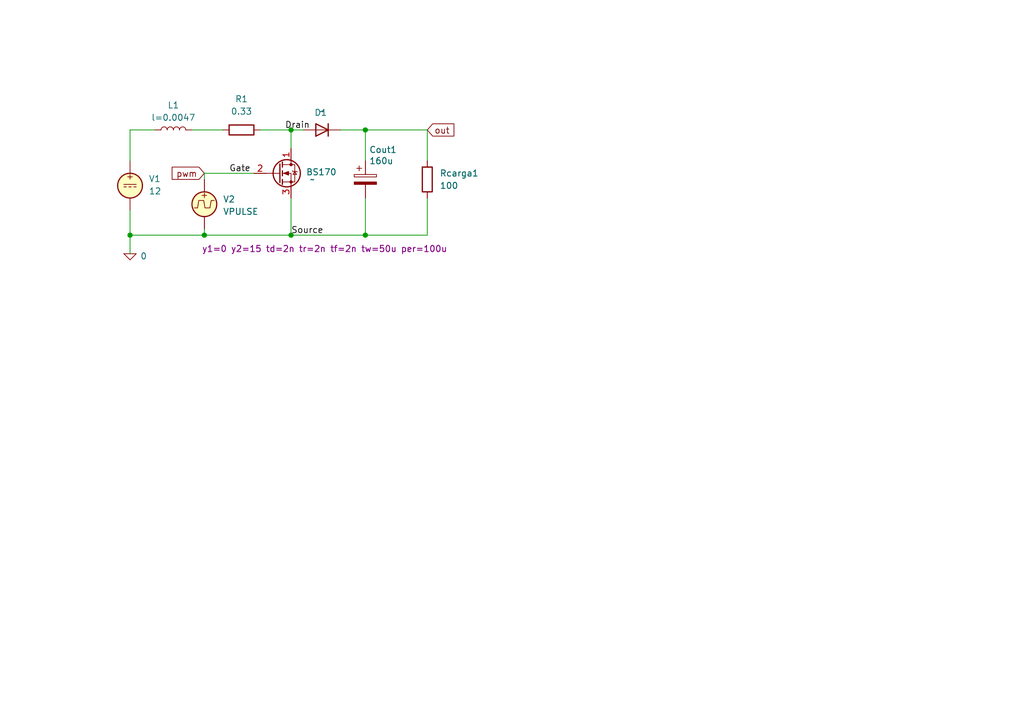
<source format=kicad_sch>
(kicad_sch
	(version 20250114)
	(generator "eeschema")
	(generator_version "9.0")
	(uuid "349af88b-a041-4cbe-a2d3-750dbaa7e97a")
	(paper "A5")
	(lib_symbols
		(symbol "Device:C_Polarized"
			(pin_numbers
				(hide yes)
			)
			(pin_names
				(offset 0.254)
			)
			(exclude_from_sim no)
			(in_bom yes)
			(on_board yes)
			(property "Reference" "C"
				(at 0.635 2.54 0)
				(effects
					(font
						(size 1.27 1.27)
					)
					(justify left)
				)
			)
			(property "Value" "C_Polarized"
				(at 0.635 -2.54 0)
				(effects
					(font
						(size 1.27 1.27)
					)
					(justify left)
				)
			)
			(property "Footprint" ""
				(at 0.9652 -3.81 0)
				(effects
					(font
						(size 1.27 1.27)
					)
					(hide yes)
				)
			)
			(property "Datasheet" "~"
				(at 0 0 0)
				(effects
					(font
						(size 1.27 1.27)
					)
					(hide yes)
				)
			)
			(property "Description" "Polarized capacitor"
				(at 0 0 0)
				(effects
					(font
						(size 1.27 1.27)
					)
					(hide yes)
				)
			)
			(property "ki_keywords" "cap capacitor"
				(at 0 0 0)
				(effects
					(font
						(size 1.27 1.27)
					)
					(hide yes)
				)
			)
			(property "ki_fp_filters" "CP_*"
				(at 0 0 0)
				(effects
					(font
						(size 1.27 1.27)
					)
					(hide yes)
				)
			)
			(symbol "C_Polarized_0_1"
				(rectangle
					(start -2.286 0.508)
					(end 2.286 1.016)
					(stroke
						(width 0)
						(type default)
					)
					(fill
						(type none)
					)
				)
				(polyline
					(pts
						(xy -1.778 2.286) (xy -0.762 2.286)
					)
					(stroke
						(width 0)
						(type default)
					)
					(fill
						(type none)
					)
				)
				(polyline
					(pts
						(xy -1.27 2.794) (xy -1.27 1.778)
					)
					(stroke
						(width 0)
						(type default)
					)
					(fill
						(type none)
					)
				)
				(rectangle
					(start 2.286 -0.508)
					(end -2.286 -1.016)
					(stroke
						(width 0)
						(type default)
					)
					(fill
						(type outline)
					)
				)
			)
			(symbol "C_Polarized_1_1"
				(pin passive line
					(at 0 3.81 270)
					(length 2.794)
					(name "~"
						(effects
							(font
								(size 1.27 1.27)
							)
						)
					)
					(number "1"
						(effects
							(font
								(size 1.27 1.27)
							)
						)
					)
				)
				(pin passive line
					(at 0 -3.81 90)
					(length 2.794)
					(name "~"
						(effects
							(font
								(size 1.27 1.27)
							)
						)
					)
					(number "2"
						(effects
							(font
								(size 1.27 1.27)
							)
						)
					)
				)
			)
			(embedded_fonts no)
		)
		(symbol "Device:D"
			(pin_numbers
				(hide yes)
			)
			(pin_names
				(offset 1.016)
				(hide yes)
			)
			(exclude_from_sim no)
			(in_bom yes)
			(on_board yes)
			(property "Reference" "D"
				(at 0 2.54 0)
				(effects
					(font
						(size 1.27 1.27)
					)
				)
			)
			(property "Value" "D"
				(at 0 -2.54 0)
				(effects
					(font
						(size 1.27 1.27)
					)
				)
			)
			(property "Footprint" ""
				(at 0 0 0)
				(effects
					(font
						(size 1.27 1.27)
					)
					(hide yes)
				)
			)
			(property "Datasheet" "~"
				(at 0 0 0)
				(effects
					(font
						(size 1.27 1.27)
					)
					(hide yes)
				)
			)
			(property "Description" "Diode"
				(at 0 0 0)
				(effects
					(font
						(size 1.27 1.27)
					)
					(hide yes)
				)
			)
			(property "Sim.Device" "D"
				(at 0 0 0)
				(effects
					(font
						(size 1.27 1.27)
					)
					(hide yes)
				)
			)
			(property "Sim.Pins" "1=K 2=A"
				(at 0 0 0)
				(effects
					(font
						(size 1.27 1.27)
					)
					(hide yes)
				)
			)
			(property "ki_keywords" "diode"
				(at 0 0 0)
				(effects
					(font
						(size 1.27 1.27)
					)
					(hide yes)
				)
			)
			(property "ki_fp_filters" "TO-???* *_Diode_* *SingleDiode* D_*"
				(at 0 0 0)
				(effects
					(font
						(size 1.27 1.27)
					)
					(hide yes)
				)
			)
			(symbol "D_0_1"
				(polyline
					(pts
						(xy -1.27 1.27) (xy -1.27 -1.27)
					)
					(stroke
						(width 0.254)
						(type default)
					)
					(fill
						(type none)
					)
				)
				(polyline
					(pts
						(xy 1.27 1.27) (xy 1.27 -1.27) (xy -1.27 0) (xy 1.27 1.27)
					)
					(stroke
						(width 0.254)
						(type default)
					)
					(fill
						(type none)
					)
				)
				(polyline
					(pts
						(xy 1.27 0) (xy -1.27 0)
					)
					(stroke
						(width 0)
						(type default)
					)
					(fill
						(type none)
					)
				)
			)
			(symbol "D_1_1"
				(pin passive line
					(at -3.81 0 0)
					(length 2.54)
					(name "K"
						(effects
							(font
								(size 1.27 1.27)
							)
						)
					)
					(number "1"
						(effects
							(font
								(size 1.27 1.27)
							)
						)
					)
				)
				(pin passive line
					(at 3.81 0 180)
					(length 2.54)
					(name "A"
						(effects
							(font
								(size 1.27 1.27)
							)
						)
					)
					(number "2"
						(effects
							(font
								(size 1.27 1.27)
							)
						)
					)
				)
			)
			(embedded_fonts no)
		)
		(symbol "Device:L"
			(pin_numbers
				(hide yes)
			)
			(pin_names
				(offset 1.016)
				(hide yes)
			)
			(exclude_from_sim no)
			(in_bom yes)
			(on_board yes)
			(property "Reference" "L"
				(at -1.27 0 90)
				(effects
					(font
						(size 1.27 1.27)
					)
				)
			)
			(property "Value" "L"
				(at 1.905 0 90)
				(effects
					(font
						(size 1.27 1.27)
					)
				)
			)
			(property "Footprint" ""
				(at 0 0 0)
				(effects
					(font
						(size 1.27 1.27)
					)
					(hide yes)
				)
			)
			(property "Datasheet" "~"
				(at 0 0 0)
				(effects
					(font
						(size 1.27 1.27)
					)
					(hide yes)
				)
			)
			(property "Description" "Inductor"
				(at 0 0 0)
				(effects
					(font
						(size 1.27 1.27)
					)
					(hide yes)
				)
			)
			(property "ki_keywords" "inductor choke coil reactor magnetic"
				(at 0 0 0)
				(effects
					(font
						(size 1.27 1.27)
					)
					(hide yes)
				)
			)
			(property "ki_fp_filters" "Choke_* *Coil* Inductor_* L_*"
				(at 0 0 0)
				(effects
					(font
						(size 1.27 1.27)
					)
					(hide yes)
				)
			)
			(symbol "L_0_1"
				(arc
					(start 0 2.54)
					(mid 0.6323 1.905)
					(end 0 1.27)
					(stroke
						(width 0)
						(type default)
					)
					(fill
						(type none)
					)
				)
				(arc
					(start 0 1.27)
					(mid 0.6323 0.635)
					(end 0 0)
					(stroke
						(width 0)
						(type default)
					)
					(fill
						(type none)
					)
				)
				(arc
					(start 0 0)
					(mid 0.6323 -0.635)
					(end 0 -1.27)
					(stroke
						(width 0)
						(type default)
					)
					(fill
						(type none)
					)
				)
				(arc
					(start 0 -1.27)
					(mid 0.6323 -1.905)
					(end 0 -2.54)
					(stroke
						(width 0)
						(type default)
					)
					(fill
						(type none)
					)
				)
			)
			(symbol "L_1_1"
				(pin passive line
					(at 0 3.81 270)
					(length 1.27)
					(name "1"
						(effects
							(font
								(size 1.27 1.27)
							)
						)
					)
					(number "1"
						(effects
							(font
								(size 1.27 1.27)
							)
						)
					)
				)
				(pin passive line
					(at 0 -3.81 90)
					(length 1.27)
					(name "2"
						(effects
							(font
								(size 1.27 1.27)
							)
						)
					)
					(number "2"
						(effects
							(font
								(size 1.27 1.27)
							)
						)
					)
				)
			)
			(embedded_fonts no)
		)
		(symbol "Device:R"
			(pin_numbers
				(hide yes)
			)
			(pin_names
				(offset 0)
			)
			(exclude_from_sim no)
			(in_bom yes)
			(on_board yes)
			(property "Reference" "R"
				(at 2.032 0 90)
				(effects
					(font
						(size 1.27 1.27)
					)
				)
			)
			(property "Value" "R"
				(at 0 0 90)
				(effects
					(font
						(size 1.27 1.27)
					)
				)
			)
			(property "Footprint" ""
				(at -1.778 0 90)
				(effects
					(font
						(size 1.27 1.27)
					)
					(hide yes)
				)
			)
			(property "Datasheet" "~"
				(at 0 0 0)
				(effects
					(font
						(size 1.27 1.27)
					)
					(hide yes)
				)
			)
			(property "Description" "Resistor"
				(at 0 0 0)
				(effects
					(font
						(size 1.27 1.27)
					)
					(hide yes)
				)
			)
			(property "ki_keywords" "R res resistor"
				(at 0 0 0)
				(effects
					(font
						(size 1.27 1.27)
					)
					(hide yes)
				)
			)
			(property "ki_fp_filters" "R_*"
				(at 0 0 0)
				(effects
					(font
						(size 1.27 1.27)
					)
					(hide yes)
				)
			)
			(symbol "R_0_1"
				(rectangle
					(start -1.016 -2.54)
					(end 1.016 2.54)
					(stroke
						(width 0.254)
						(type default)
					)
					(fill
						(type none)
					)
				)
			)
			(symbol "R_1_1"
				(pin passive line
					(at 0 3.81 270)
					(length 1.27)
					(name "~"
						(effects
							(font
								(size 1.27 1.27)
							)
						)
					)
					(number "1"
						(effects
							(font
								(size 1.27 1.27)
							)
						)
					)
				)
				(pin passive line
					(at 0 -3.81 90)
					(length 1.27)
					(name "~"
						(effects
							(font
								(size 1.27 1.27)
							)
						)
					)
					(number "2"
						(effects
							(font
								(size 1.27 1.27)
							)
						)
					)
				)
			)
			(embedded_fonts no)
		)
		(symbol "Simulation_SPICE:0"
			(power)
			(pin_numbers
				(hide yes)
			)
			(pin_names
				(offset 0)
				(hide yes)
			)
			(exclude_from_sim no)
			(in_bom yes)
			(on_board yes)
			(property "Reference" "#GND"
				(at 0 -5.08 0)
				(effects
					(font
						(size 1.27 1.27)
					)
					(hide yes)
				)
			)
			(property "Value" "0"
				(at 0 -2.54 0)
				(effects
					(font
						(size 1.27 1.27)
					)
				)
			)
			(property "Footprint" ""
				(at 0 0 0)
				(effects
					(font
						(size 1.27 1.27)
					)
					(hide yes)
				)
			)
			(property "Datasheet" "https://ngspice.sourceforge.io/docs/ngspice-html-manual/manual.xhtml#subsec_Circuit_elements__device"
				(at 0 -10.16 0)
				(effects
					(font
						(size 1.27 1.27)
					)
					(hide yes)
				)
			)
			(property "Description" "0V reference potential for simulation"
				(at 0 -7.62 0)
				(effects
					(font
						(size 1.27 1.27)
					)
					(hide yes)
				)
			)
			(property "ki_keywords" "simulation"
				(at 0 0 0)
				(effects
					(font
						(size 1.27 1.27)
					)
					(hide yes)
				)
			)
			(symbol "0_0_1"
				(polyline
					(pts
						(xy -1.27 0) (xy 0 -1.27) (xy 1.27 0) (xy -1.27 0)
					)
					(stroke
						(width 0)
						(type default)
					)
					(fill
						(type none)
					)
				)
			)
			(symbol "0_1_1"
				(pin power_in line
					(at 0 0 0)
					(length 0)
					(name "~"
						(effects
							(font
								(size 1.016 1.016)
							)
						)
					)
					(number "1"
						(effects
							(font
								(size 1.016 1.016)
							)
						)
					)
				)
			)
			(embedded_fonts no)
		)
		(symbol "Simulation_SPICE:VDC"
			(pin_numbers
				(hide yes)
			)
			(pin_names
				(offset 0.0254)
			)
			(exclude_from_sim no)
			(in_bom yes)
			(on_board yes)
			(property "Reference" "V"
				(at 2.54 2.54 0)
				(effects
					(font
						(size 1.27 1.27)
					)
					(justify left)
				)
			)
			(property "Value" "1"
				(at 2.54 0 0)
				(effects
					(font
						(size 1.27 1.27)
					)
					(justify left)
				)
			)
			(property "Footprint" ""
				(at 0 0 0)
				(effects
					(font
						(size 1.27 1.27)
					)
					(hide yes)
				)
			)
			(property "Datasheet" "https://ngspice.sourceforge.io/docs/ngspice-html-manual/manual.xhtml#sec_Independent_Sources_for"
				(at 0 0 0)
				(effects
					(font
						(size 1.27 1.27)
					)
					(hide yes)
				)
			)
			(property "Description" "Voltage source, DC"
				(at 0 0 0)
				(effects
					(font
						(size 1.27 1.27)
					)
					(hide yes)
				)
			)
			(property "Sim.Pins" "1=+ 2=-"
				(at 0 0 0)
				(effects
					(font
						(size 1.27 1.27)
					)
					(hide yes)
				)
			)
			(property "Sim.Type" "DC"
				(at 0 0 0)
				(effects
					(font
						(size 1.27 1.27)
					)
					(hide yes)
				)
			)
			(property "Sim.Device" "V"
				(at 0 0 0)
				(effects
					(font
						(size 1.27 1.27)
					)
					(justify left)
					(hide yes)
				)
			)
			(property "ki_keywords" "simulation"
				(at 0 0 0)
				(effects
					(font
						(size 1.27 1.27)
					)
					(hide yes)
				)
			)
			(symbol "VDC_0_0"
				(polyline
					(pts
						(xy -1.27 0.254) (xy 1.27 0.254)
					)
					(stroke
						(width 0)
						(type default)
					)
					(fill
						(type none)
					)
				)
				(polyline
					(pts
						(xy -0.762 -0.254) (xy -1.27 -0.254)
					)
					(stroke
						(width 0)
						(type default)
					)
					(fill
						(type none)
					)
				)
				(polyline
					(pts
						(xy 0.254 -0.254) (xy -0.254 -0.254)
					)
					(stroke
						(width 0)
						(type default)
					)
					(fill
						(type none)
					)
				)
				(polyline
					(pts
						(xy 1.27 -0.254) (xy 0.762 -0.254)
					)
					(stroke
						(width 0)
						(type default)
					)
					(fill
						(type none)
					)
				)
				(text "+"
					(at 0 1.905 0)
					(effects
						(font
							(size 1.27 1.27)
						)
					)
				)
			)
			(symbol "VDC_0_1"
				(circle
					(center 0 0)
					(radius 2.54)
					(stroke
						(width 0.254)
						(type default)
					)
					(fill
						(type background)
					)
				)
			)
			(symbol "VDC_1_1"
				(pin passive line
					(at 0 5.08 270)
					(length 2.54)
					(name "~"
						(effects
							(font
								(size 1.27 1.27)
							)
						)
					)
					(number "1"
						(effects
							(font
								(size 1.27 1.27)
							)
						)
					)
				)
				(pin passive line
					(at 0 -5.08 90)
					(length 2.54)
					(name "~"
						(effects
							(font
								(size 1.27 1.27)
							)
						)
					)
					(number "2"
						(effects
							(font
								(size 1.27 1.27)
							)
						)
					)
				)
			)
			(embedded_fonts no)
		)
		(symbol "Simulation_SPICE:VPULSE"
			(pin_numbers
				(hide yes)
			)
			(pin_names
				(offset 0.0254)
			)
			(exclude_from_sim no)
			(in_bom yes)
			(on_board yes)
			(property "Reference" "V"
				(at 2.54 2.54 0)
				(effects
					(font
						(size 1.27 1.27)
					)
					(justify left)
				)
			)
			(property "Value" "VPULSE"
				(at 2.54 0 0)
				(effects
					(font
						(size 1.27 1.27)
					)
					(justify left)
				)
			)
			(property "Footprint" ""
				(at 0 0 0)
				(effects
					(font
						(size 1.27 1.27)
					)
					(hide yes)
				)
			)
			(property "Datasheet" "https://ngspice.sourceforge.io/docs/ngspice-html-manual/manual.xhtml#sec_Independent_Sources_for"
				(at 0 0 0)
				(effects
					(font
						(size 1.27 1.27)
					)
					(hide yes)
				)
			)
			(property "Description" "Voltage source, pulse"
				(at 0 0 0)
				(effects
					(font
						(size 1.27 1.27)
					)
					(hide yes)
				)
			)
			(property "Sim.Pins" "1=+ 2=-"
				(at 0 0 0)
				(effects
					(font
						(size 1.27 1.27)
					)
					(hide yes)
				)
			)
			(property "Sim.Type" "PULSE"
				(at 0 0 0)
				(effects
					(font
						(size 1.27 1.27)
					)
					(hide yes)
				)
			)
			(property "Sim.Device" "V"
				(at 0 0 0)
				(effects
					(font
						(size 1.27 1.27)
					)
					(justify left)
					(hide yes)
				)
			)
			(property "Sim.Params" "y1=0 y2=1 td=2n tr=2n tf=2n tw=50n per=100n"
				(at 2.54 -2.54 0)
				(effects
					(font
						(size 1.27 1.27)
					)
					(justify left)
				)
			)
			(property "ki_keywords" "simulation"
				(at 0 0 0)
				(effects
					(font
						(size 1.27 1.27)
					)
					(hide yes)
				)
			)
			(symbol "VPULSE_0_0"
				(polyline
					(pts
						(xy -2.032 -0.762) (xy -1.397 -0.762) (xy -1.143 0.762) (xy -0.127 0.762) (xy 0.127 -0.762) (xy 1.143 -0.762)
						(xy 1.397 0.762) (xy 2.032 0.762)
					)
					(stroke
						(width 0)
						(type default)
					)
					(fill
						(type none)
					)
				)
				(text "+"
					(at 0 1.905 0)
					(effects
						(font
							(size 1.27 1.27)
						)
					)
				)
			)
			(symbol "VPULSE_0_1"
				(circle
					(center 0 0)
					(radius 2.54)
					(stroke
						(width 0.254)
						(type default)
					)
					(fill
						(type background)
					)
				)
			)
			(symbol "VPULSE_1_1"
				(pin passive line
					(at 0 5.08 270)
					(length 2.54)
					(name "~"
						(effects
							(font
								(size 1.27 1.27)
							)
						)
					)
					(number "1"
						(effects
							(font
								(size 1.27 1.27)
							)
						)
					)
				)
				(pin passive line
					(at 0 -5.08 90)
					(length 2.54)
					(name "~"
						(effects
							(font
								(size 1.27 1.27)
							)
						)
					)
					(number "2"
						(effects
							(font
								(size 1.27 1.27)
							)
						)
					)
				)
			)
			(embedded_fonts no)
		)
		(symbol "Transistor_FET:BS170"
			(pin_names
				(hide yes)
			)
			(exclude_from_sim no)
			(in_bom yes)
			(on_board yes)
			(property "Reference" "Q"
				(at 5.08 1.905 0)
				(effects
					(font
						(size 1.27 1.27)
					)
					(justify left)
				)
			)
			(property "Value" "BS170"
				(at 5.08 0 0)
				(effects
					(font
						(size 1.27 1.27)
					)
					(justify left)
				)
			)
			(property "Footprint" "Package_TO_SOT_THT:TO-92_Inline"
				(at 5.08 -1.905 0)
				(effects
					(font
						(size 1.27 1.27)
						(italic yes)
					)
					(justify left)
					(hide yes)
				)
			)
			(property "Datasheet" "https://www.onsemi.com/pub/Collateral/BS170-D.PDF"
				(at 5.08 -3.81 0)
				(effects
					(font
						(size 1.27 1.27)
					)
					(justify left)
					(hide yes)
				)
			)
			(property "Description" "0.5A Id, 60V Vds, N-Channel MOSFET, TO-92"
				(at 0 0 0)
				(effects
					(font
						(size 1.27 1.27)
					)
					(hide yes)
				)
			)
			(property "ki_keywords" "N-Channel MOSFET"
				(at 0 0 0)
				(effects
					(font
						(size 1.27 1.27)
					)
					(hide yes)
				)
			)
			(property "ki_fp_filters" "TO?92*"
				(at 0 0 0)
				(effects
					(font
						(size 1.27 1.27)
					)
					(hide yes)
				)
			)
			(symbol "BS170_0_1"
				(polyline
					(pts
						(xy 0.254 1.905) (xy 0.254 -1.905)
					)
					(stroke
						(width 0.254)
						(type default)
					)
					(fill
						(type none)
					)
				)
				(polyline
					(pts
						(xy 0.254 0) (xy -2.54 0)
					)
					(stroke
						(width 0)
						(type default)
					)
					(fill
						(type none)
					)
				)
				(polyline
					(pts
						(xy 0.762 2.286) (xy 0.762 1.27)
					)
					(stroke
						(width 0.254)
						(type default)
					)
					(fill
						(type none)
					)
				)
				(polyline
					(pts
						(xy 0.762 0.508) (xy 0.762 -0.508)
					)
					(stroke
						(width 0.254)
						(type default)
					)
					(fill
						(type none)
					)
				)
				(polyline
					(pts
						(xy 0.762 -1.27) (xy 0.762 -2.286)
					)
					(stroke
						(width 0.254)
						(type default)
					)
					(fill
						(type none)
					)
				)
				(polyline
					(pts
						(xy 0.762 -1.778) (xy 3.302 -1.778) (xy 3.302 1.778) (xy 0.762 1.778)
					)
					(stroke
						(width 0)
						(type default)
					)
					(fill
						(type none)
					)
				)
				(polyline
					(pts
						(xy 1.016 0) (xy 2.032 0.381) (xy 2.032 -0.381) (xy 1.016 0)
					)
					(stroke
						(width 0)
						(type default)
					)
					(fill
						(type outline)
					)
				)
				(circle
					(center 1.651 0)
					(radius 2.794)
					(stroke
						(width 0.254)
						(type default)
					)
					(fill
						(type none)
					)
				)
				(polyline
					(pts
						(xy 2.54 2.54) (xy 2.54 1.778)
					)
					(stroke
						(width 0)
						(type default)
					)
					(fill
						(type none)
					)
				)
				(circle
					(center 2.54 1.778)
					(radius 0.254)
					(stroke
						(width 0)
						(type default)
					)
					(fill
						(type outline)
					)
				)
				(circle
					(center 2.54 -1.778)
					(radius 0.254)
					(stroke
						(width 0)
						(type default)
					)
					(fill
						(type outline)
					)
				)
				(polyline
					(pts
						(xy 2.54 -2.54) (xy 2.54 0) (xy 0.762 0)
					)
					(stroke
						(width 0)
						(type default)
					)
					(fill
						(type none)
					)
				)
				(polyline
					(pts
						(xy 2.794 0.508) (xy 2.921 0.381) (xy 3.683 0.381) (xy 3.81 0.254)
					)
					(stroke
						(width 0)
						(type default)
					)
					(fill
						(type none)
					)
				)
				(polyline
					(pts
						(xy 3.302 0.381) (xy 2.921 -0.254) (xy 3.683 -0.254) (xy 3.302 0.381)
					)
					(stroke
						(width 0)
						(type default)
					)
					(fill
						(type none)
					)
				)
			)
			(symbol "BS170_1_1"
				(pin input line
					(at -5.08 0 0)
					(length 2.54)
					(name "G"
						(effects
							(font
								(size 1.27 1.27)
							)
						)
					)
					(number "2"
						(effects
							(font
								(size 1.27 1.27)
							)
						)
					)
				)
				(pin passive line
					(at 2.54 5.08 270)
					(length 2.54)
					(name "D"
						(effects
							(font
								(size 1.27 1.27)
							)
						)
					)
					(number "1"
						(effects
							(font
								(size 1.27 1.27)
							)
						)
					)
				)
				(pin passive line
					(at 2.54 -5.08 90)
					(length 2.54)
					(name "S"
						(effects
							(font
								(size 1.27 1.27)
							)
						)
					)
					(number "3"
						(effects
							(font
								(size 1.27 1.27)
							)
						)
					)
				)
			)
			(embedded_fonts no)
		)
	)
	(junction
		(at 41.91 48.26)
		(diameter 0)
		(color 0 0 0 0)
		(uuid "1f96ea5f-0566-428e-9488-162a112567cf")
	)
	(junction
		(at 59.69 26.67)
		(diameter 0)
		(color 0 0 0 0)
		(uuid "564d32bd-7d10-44e6-a212-b0138a9568e1")
	)
	(junction
		(at 59.69 48.26)
		(diameter 0)
		(color 0 0 0 0)
		(uuid "5b539fd9-4328-4cb7-a520-a33f3306a690")
	)
	(junction
		(at 26.67 48.26)
		(diameter 0)
		(color 0 0 0 0)
		(uuid "5d1649f9-d1e1-431e-a04c-0f5df6267770")
	)
	(junction
		(at 74.93 26.67)
		(diameter 0)
		(color 0 0 0 0)
		(uuid "627b5a26-20f8-4e78-930d-796f66504fe4")
	)
	(junction
		(at 74.93 48.26)
		(diameter 0)
		(color 0 0 0 0)
		(uuid "b8f7976d-c350-4cfb-87de-3b82934da315")
	)
	(wire
		(pts
			(xy 26.67 43.18) (xy 26.67 48.26)
		)
		(stroke
			(width 0)
			(type default)
		)
		(uuid "0209c814-523e-44df-a0aa-89bc5157363d")
	)
	(wire
		(pts
			(xy 26.67 52.07) (xy 26.67 48.26)
		)
		(stroke
			(width 0)
			(type default)
		)
		(uuid "06a6c62c-6cd2-4128-abaa-2998e01c6af3")
	)
	(wire
		(pts
			(xy 74.93 26.67) (xy 87.63 26.67)
		)
		(stroke
			(width 0)
			(type default)
		)
		(uuid "0e03a83d-c918-40e4-b2a5-149413ad2ab5")
	)
	(wire
		(pts
			(xy 41.91 46.99) (xy 41.91 48.26)
		)
		(stroke
			(width 0)
			(type default)
		)
		(uuid "1cc7468f-1cb6-4af2-b35b-4e375c6a39a4")
	)
	(wire
		(pts
			(xy 87.63 48.26) (xy 74.93 48.26)
		)
		(stroke
			(width 0)
			(type default)
		)
		(uuid "47cf2bf9-8de1-4834-b4e5-fea553ee5897")
	)
	(wire
		(pts
			(xy 59.69 40.64) (xy 59.69 48.26)
		)
		(stroke
			(width 0)
			(type default)
		)
		(uuid "49c0f617-b0a1-4665-b14c-45406447ea79")
	)
	(wire
		(pts
			(xy 74.93 26.67) (xy 74.93 33.02)
		)
		(stroke
			(width 0)
			(type default)
		)
		(uuid "5d093c35-15f6-49c7-8358-693fb9c82d72")
	)
	(wire
		(pts
			(xy 26.67 26.67) (xy 26.67 33.02)
		)
		(stroke
			(width 0)
			(type default)
		)
		(uuid "605a1b5c-ccb1-4d09-a345-fea416e9014f")
	)
	(wire
		(pts
			(xy 74.93 40.64) (xy 74.93 48.26)
		)
		(stroke
			(width 0)
			(type default)
		)
		(uuid "634b6e6e-a7b4-49f9-8950-2251242de80e")
	)
	(wire
		(pts
			(xy 59.69 26.67) (xy 62.23 26.67)
		)
		(stroke
			(width 0)
			(type default)
		)
		(uuid "6aceafd8-c00d-4af0-9497-d52c0cce1e9a")
	)
	(wire
		(pts
			(xy 26.67 48.26) (xy 41.91 48.26)
		)
		(stroke
			(width 0)
			(type default)
		)
		(uuid "7c7769be-95dd-4e15-b916-89e376af2463")
	)
	(wire
		(pts
			(xy 39.37 26.67) (xy 45.72 26.67)
		)
		(stroke
			(width 0)
			(type default)
		)
		(uuid "7c9cd137-561c-454c-ba2e-8cf86121f0d7")
	)
	(wire
		(pts
			(xy 53.34 26.67) (xy 59.69 26.67)
		)
		(stroke
			(width 0)
			(type default)
		)
		(uuid "7e833afe-ee97-4f3a-8fcb-d030618a9af3")
	)
	(wire
		(pts
			(xy 41.91 35.56) (xy 41.91 36.83)
		)
		(stroke
			(width 0)
			(type default)
		)
		(uuid "86d58882-6cc7-4d7d-b4b2-66ad1df5bbfe")
	)
	(wire
		(pts
			(xy 41.91 35.56) (xy 52.07 35.56)
		)
		(stroke
			(width 0)
			(type default)
		)
		(uuid "8e499b8d-566f-4e81-8bc9-c77255bed37d")
	)
	(wire
		(pts
			(xy 69.85 26.67) (xy 74.93 26.67)
		)
		(stroke
			(width 0)
			(type default)
		)
		(uuid "96f9022d-e507-48d9-8924-5d5553ea46c7")
	)
	(wire
		(pts
			(xy 26.67 26.67) (xy 31.75 26.67)
		)
		(stroke
			(width 0)
			(type default)
		)
		(uuid "9c631979-4545-4b1f-ac81-ee3c9791092f")
	)
	(wire
		(pts
			(xy 74.93 48.26) (xy 59.69 48.26)
		)
		(stroke
			(width 0)
			(type default)
		)
		(uuid "a4e7eeb2-12ff-463e-9818-832beae390d6")
	)
	(wire
		(pts
			(xy 59.69 26.67) (xy 59.69 30.48)
		)
		(stroke
			(width 0)
			(type default)
		)
		(uuid "aef30d1b-0e3b-45f4-996c-33afe584c51b")
	)
	(wire
		(pts
			(xy 59.69 48.26) (xy 41.91 48.26)
		)
		(stroke
			(width 0)
			(type default)
		)
		(uuid "b52889f9-ad15-4003-952c-5d1bd2df7e56")
	)
	(wire
		(pts
			(xy 87.63 33.02) (xy 87.63 26.67)
		)
		(stroke
			(width 0)
			(type default)
		)
		(uuid "d5ac0c12-e10d-48f3-b4f6-813aa385985f")
	)
	(wire
		(pts
			(xy 87.63 40.64) (xy 87.63 48.26)
		)
		(stroke
			(width 0)
			(type default)
		)
		(uuid "dc9ab716-45ab-45d7-8483-e1160016d7ec")
	)
	(label "Drain"
		(at 58.42 26.67 0)
		(effects
			(font
				(size 1.27 1.27)
			)
			(justify left bottom)
		)
		(uuid "a9a7b183-f0df-4379-9a80-5b09400275cc")
	)
	(label "Source"
		(at 59.69 48.26 0)
		(effects
			(font
				(size 1.27 1.27)
			)
			(justify left bottom)
		)
		(uuid "b75c55ff-df73-47e9-a54f-7508952004a4")
	)
	(label "Gate"
		(at 46.99 35.56 0)
		(effects
			(font
				(size 1.27 1.27)
			)
			(justify left bottom)
		)
		(uuid "be312207-6a22-4507-b939-45d5fe2fa48d")
	)
	(global_label "pwm"
		(shape input)
		(at 41.91 35.56 180)
		(fields_autoplaced yes)
		(effects
			(font
				(size 1.27 1.27)
			)
			(justify right)
		)
		(uuid "a0b11183-83b3-488c-9260-b29d006919d3")
		(property "Intersheetrefs" "${INTERSHEET_REFS}"
			(at 34.752 35.56 0)
			(effects
				(font
					(size 1.27 1.27)
				)
				(justify right)
				(hide yes)
			)
		)
	)
	(global_label "out"
		(shape input)
		(at 87.63 26.67 0)
		(fields_autoplaced yes)
		(effects
			(font
				(size 1.27 1.27)
			)
			(justify left)
		)
		(uuid "d3611a7a-40fb-45e2-b9bb-aba77273e67a")
		(property "Intersheetrefs" "${INTERSHEET_REFS}"
			(at 93.6389 26.67 0)
			(effects
				(font
					(size 1.27 1.27)
				)
				(justify left)
				(hide yes)
			)
		)
	)
	(symbol
		(lib_id "Transistor_FET:BS170")
		(at 57.15 35.56 0)
		(unit 1)
		(exclude_from_sim no)
		(in_bom yes)
		(on_board yes)
		(dnp no)
		(uuid "5212f273-0cf0-46e4-b9f1-e84f7b9222e7")
		(property "Reference" "BS170"
			(at 62.738 35.306 0)
			(effects
				(font
					(size 1.27 1.27)
				)
				(justify left)
			)
		)
		(property "Value" "~"
			(at 63.5 36.8299 0)
			(effects
				(font
					(size 1.27 1.27)
				)
				(justify left)
			)
		)
		(property "Footprint" "Package_TO_SOT_THT:TO-92_Inline"
			(at 62.23 37.465 0)
			(effects
				(font
					(size 1.27 1.27)
					(italic yes)
				)
				(justify left)
				(hide yes)
			)
		)
		(property "Datasheet" "https://www.onsemi.com/pub/Collateral/BS170-D.PDF"
			(at 62.23 39.37 0)
			(effects
				(font
					(size 1.27 1.27)
				)
				(justify left)
				(hide yes)
			)
		)
		(property "Description" "0.5A Id, 60V Vds, N-Channel MOSFET, TO-92"
			(at 57.15 35.56 0)
			(effects
				(font
					(size 1.27 1.27)
				)
				(hide yes)
			)
		)
		(property "Sim.Library" "BS170.lib"
			(at 57.15 35.56 0)
			(effects
				(font
					(size 1.27 1.27)
				)
				(hide yes)
			)
		)
		(property "Sim.Name" "BS170"
			(at 57.15 35.56 0)
			(effects
				(font
					(size 1.27 1.27)
				)
				(hide yes)
			)
		)
		(property "Sim.Device" "SUBCKT"
			(at 57.15 35.56 0)
			(effects
				(font
					(size 1.27 1.27)
				)
				(hide yes)
			)
		)
		(property "Sim.Pins" "1=1 2=2 3=3"
			(at 57.15 35.56 0)
			(effects
				(font
					(size 1.27 1.27)
				)
				(hide yes)
			)
		)
		(pin "3"
			(uuid "f9cabd61-7cdb-4d9b-a6a2-95ac9ce4e412")
		)
		(pin "2"
			(uuid "5f78d7d0-34c6-4f24-bed3-d252671b1006")
		)
		(pin "1"
			(uuid "0e2bc956-a56d-40b6-a3bf-88d3862ac626")
		)
		(instances
			(project ""
				(path "/349af88b-a041-4cbe-a2d3-750dbaa7e97a"
					(reference "BS170")
					(unit 1)
				)
			)
		)
	)
	(symbol
		(lib_id "Simulation_SPICE:0")
		(at 26.67 52.07 0)
		(unit 1)
		(exclude_from_sim no)
		(in_bom yes)
		(on_board yes)
		(dnp no)
		(uuid "532c54a0-1c18-4bf3-b90d-fab4945520e0")
		(property "Reference" "#GND01"
			(at 26.67 57.15 0)
			(effects
				(font
					(size 1.27 1.27)
				)
				(hide yes)
			)
		)
		(property "Value" "0"
			(at 29.464 52.578 0)
			(effects
				(font
					(size 1.27 1.27)
				)
			)
		)
		(property "Footprint" ""
			(at 26.67 52.07 0)
			(effects
				(font
					(size 1.27 1.27)
				)
				(hide yes)
			)
		)
		(property "Datasheet" "https://ngspice.sourceforge.io/docs/ngspice-html-manual/manual.xhtml#subsec_Circuit_elements__device"
			(at 26.67 62.23 0)
			(effects
				(font
					(size 1.27 1.27)
				)
				(hide yes)
			)
		)
		(property "Description" "0V reference potential for simulation"
			(at 26.67 59.69 0)
			(effects
				(font
					(size 1.27 1.27)
				)
				(hide yes)
			)
		)
		(pin "1"
			(uuid "afb01cc0-451b-4124-a026-4c5602f52a6d")
		)
		(instances
			(project ""
				(path "/349af88b-a041-4cbe-a2d3-750dbaa7e97a"
					(reference "#GND01")
					(unit 1)
				)
			)
		)
	)
	(symbol
		(lib_id "Simulation_SPICE:VPULSE")
		(at 41.91 41.91 0)
		(unit 1)
		(exclude_from_sim no)
		(in_bom yes)
		(on_board yes)
		(dnp no)
		(uuid "659e736f-de54-4132-afeb-63cd2d1bd44f")
		(property "Reference" "V2"
			(at 45.72 40.894 0)
			(effects
				(font
					(size 1.27 1.27)
				)
				(justify left)
			)
		)
		(property "Value" "VPULSE"
			(at 45.72 43.434 0)
			(effects
				(font
					(size 1.27 1.27)
				)
				(justify left)
			)
		)
		(property "Footprint" ""
			(at 41.91 41.91 0)
			(effects
				(font
					(size 1.27 1.27)
				)
				(hide yes)
			)
		)
		(property "Datasheet" "https://ngspice.sourceforge.io/docs/ngspice-html-manual/manual.xhtml#sec_Independent_Sources_for"
			(at 41.91 41.91 0)
			(effects
				(font
					(size 1.27 1.27)
				)
				(hide yes)
			)
		)
		(property "Description" "Voltage source, pulse"
			(at 41.91 41.91 0)
			(effects
				(font
					(size 1.27 1.27)
				)
				(hide yes)
			)
		)
		(property "Sim.Pins" "1=+ 2=-"
			(at 41.91 41.91 0)
			(effects
				(font
					(size 1.27 1.27)
				)
				(hide yes)
			)
		)
		(property "Sim.Type" "PULSE"
			(at 41.91 41.91 0)
			(effects
				(font
					(size 1.27 1.27)
				)
				(hide yes)
			)
		)
		(property "Sim.Device" "V"
			(at 41.91 41.91 0)
			(effects
				(font
					(size 1.27 1.27)
				)
				(justify left)
				(hide yes)
			)
		)
		(property "Sim.Params" "y1=0 y2=15 td=2n tr=2n tf=2n tw=50u per=100u"
			(at 41.402 51.054 0)
			(effects
				(font
					(size 1.27 1.27)
				)
				(justify left)
			)
		)
		(pin "1"
			(uuid "67b2ce08-e3f5-4f0e-a6f1-074eb79fd4d6")
		)
		(pin "2"
			(uuid "56af31b8-2fa2-45f2-9d09-1b11019f5d28")
		)
		(instances
			(project ""
				(path "/349af88b-a041-4cbe-a2d3-750dbaa7e97a"
					(reference "V2")
					(unit 1)
				)
			)
		)
	)
	(symbol
		(lib_id "Device:L")
		(at 35.56 26.67 90)
		(unit 1)
		(exclude_from_sim no)
		(in_bom yes)
		(on_board yes)
		(dnp no)
		(fields_autoplaced yes)
		(uuid "770594e3-ea05-42fe-8336-577691f36fea")
		(property "Reference" "L1"
			(at 35.56 21.59 90)
			(effects
				(font
					(size 1.27 1.27)
				)
			)
		)
		(property "Value" "${SIM.PARAMS}"
			(at 35.56 24.13 90)
			(effects
				(font
					(size 1.27 1.27)
				)
			)
		)
		(property "Footprint" ""
			(at 35.56 26.67 0)
			(effects
				(font
					(size 1.27 1.27)
				)
				(hide yes)
			)
		)
		(property "Datasheet" "~"
			(at 35.56 26.67 0)
			(effects
				(font
					(size 1.27 1.27)
				)
				(hide yes)
			)
		)
		(property "Description" "Inductor"
			(at 35.56 26.67 0)
			(effects
				(font
					(size 1.27 1.27)
				)
				(hide yes)
			)
		)
		(property "Sim.Device" "L"
			(at 35.56 26.67 0)
			(effects
				(font
					(size 1.27 1.27)
				)
				(hide yes)
			)
		)
		(property "Sim.Params" "l=0.0047"
			(at 35.56 26.67 0)
			(effects
				(font
					(size 1.27 1.27)
				)
				(hide yes)
			)
		)
		(property "Sim.Pins" "1=+ 2=-"
			(at 35.56 26.67 0)
			(effects
				(font
					(size 1.27 1.27)
				)
				(hide yes)
			)
		)
		(pin "2"
			(uuid "b66647d3-5e2f-4476-8e36-5808a8777e3c")
		)
		(pin "1"
			(uuid "fe36dd42-b9b6-4e4c-99de-262e16ecee72")
		)
		(instances
			(project ""
				(path "/349af88b-a041-4cbe-a2d3-750dbaa7e97a"
					(reference "L1")
					(unit 1)
				)
			)
		)
	)
	(symbol
		(lib_id "Device:D")
		(at 66.04 26.67 180)
		(unit 1)
		(exclude_from_sim no)
		(in_bom yes)
		(on_board yes)
		(dnp no)
		(uuid "9165fa24-3167-490e-93fd-431fa060baeb")
		(property "Reference" "D1"
			(at 65.786 23.114 0)
			(effects
				(font
					(size 1.27 1.27)
				)
			)
		)
		(property "Value" "~"
			(at 66.04 22.86 0)
			(effects
				(font
					(size 1.27 1.27)
				)
			)
		)
		(property "Footprint" ""
			(at 66.04 26.67 0)
			(effects
				(font
					(size 1.27 1.27)
				)
				(hide yes)
			)
		)
		(property "Datasheet" "~"
			(at 66.04 26.67 0)
			(effects
				(font
					(size 1.27 1.27)
				)
				(hide yes)
			)
		)
		(property "Description" "Diode"
			(at 66.04 26.67 0)
			(effects
				(font
					(size 1.27 1.27)
				)
				(hide yes)
			)
		)
		(property "Sim.Device" "D"
			(at 66.04 26.67 0)
			(effects
				(font
					(size 1.27 1.27)
				)
				(hide yes)
			)
		)
		(property "Sim.Pins" "1=K 2=A"
			(at 66.04 26.67 0)
			(effects
				(font
					(size 1.27 1.27)
				)
				(hide yes)
			)
		)
		(pin "2"
			(uuid "91de51c4-8045-4709-a6f0-3f315a327597")
		)
		(pin "1"
			(uuid "2a3bc0d0-03d6-4c66-a14a-6af7431105f8")
		)
		(instances
			(project ""
				(path "/349af88b-a041-4cbe-a2d3-750dbaa7e97a"
					(reference "D1")
					(unit 1)
				)
			)
		)
	)
	(symbol
		(lib_id "Device:C_Polarized")
		(at 74.93 36.83 0)
		(unit 1)
		(exclude_from_sim no)
		(in_bom yes)
		(on_board yes)
		(dnp no)
		(uuid "97502bcb-518a-408b-98af-85237a45590e")
		(property "Reference" "Cout1"
			(at 75.692 30.734 0)
			(effects
				(font
					(size 1.27 1.27)
				)
				(justify left)
			)
		)
		(property "Value" "160u"
			(at 75.692 33.02 0)
			(effects
				(font
					(size 1.27 1.27)
				)
				(justify left)
			)
		)
		(property "Footprint" ""
			(at 75.8952 40.64 0)
			(effects
				(font
					(size 1.27 1.27)
				)
				(hide yes)
			)
		)
		(property "Datasheet" "~"
			(at 74.93 36.83 0)
			(effects
				(font
					(size 1.27 1.27)
				)
				(hide yes)
			)
		)
		(property "Description" "Polarized capacitor"
			(at 74.93 36.83 0)
			(effects
				(font
					(size 1.27 1.27)
				)
				(hide yes)
			)
		)
		(property "Sim.Device" "C"
			(at 74.93 36.83 0)
			(effects
				(font
					(size 1.27 1.27)
				)
				(hide yes)
			)
		)
		(property "Sim.Pins" "1=- 2=+"
			(at 69.85 40.386 0)
			(effects
				(font
					(size 1.27 1.27)
				)
				(hide yes)
			)
		)
		(pin "2"
			(uuid "569a27a5-7120-4985-9bb1-515e65ad1078")
		)
		(pin "1"
			(uuid "87aef3b0-c569-4bf4-8076-bafe51873a7a")
		)
		(instances
			(project ""
				(path "/349af88b-a041-4cbe-a2d3-750dbaa7e97a"
					(reference "Cout1")
					(unit 1)
				)
			)
		)
	)
	(symbol
		(lib_id "Simulation_SPICE:VDC")
		(at 26.67 38.1 0)
		(unit 1)
		(exclude_from_sim no)
		(in_bom yes)
		(on_board yes)
		(dnp no)
		(fields_autoplaced yes)
		(uuid "c90b0ce2-125f-4a80-9450-220e7f9829f7")
		(property "Reference" "V1"
			(at 30.48 36.7001 0)
			(effects
				(font
					(size 1.27 1.27)
				)
				(justify left)
			)
		)
		(property "Value" "12"
			(at 30.48 39.2401 0)
			(effects
				(font
					(size 1.27 1.27)
				)
				(justify left)
			)
		)
		(property "Footprint" ""
			(at 26.67 38.1 0)
			(effects
				(font
					(size 1.27 1.27)
				)
				(hide yes)
			)
		)
		(property "Datasheet" "https://ngspice.sourceforge.io/docs/ngspice-html-manual/manual.xhtml#sec_Independent_Sources_for"
			(at 26.67 38.1 0)
			(effects
				(font
					(size 1.27 1.27)
				)
				(hide yes)
			)
		)
		(property "Description" "Voltage source, DC"
			(at 26.67 38.1 0)
			(effects
				(font
					(size 1.27 1.27)
				)
				(hide yes)
			)
		)
		(property "Sim.Pins" "1=+ 2=-"
			(at 26.67 38.1 0)
			(effects
				(font
					(size 1.27 1.27)
				)
				(hide yes)
			)
		)
		(property "Sim.Type" "DC"
			(at 26.67 38.1 0)
			(effects
				(font
					(size 1.27 1.27)
				)
				(hide yes)
			)
		)
		(property "Sim.Device" "V"
			(at 26.67 38.1 0)
			(effects
				(font
					(size 1.27 1.27)
				)
				(justify left)
				(hide yes)
			)
		)
		(pin "1"
			(uuid "909d8cf6-aea5-48df-a5d5-9ab5fa74041a")
		)
		(pin "2"
			(uuid "30761f9c-a9b7-4f0f-a2e3-db608c48aa7c")
		)
		(instances
			(project "teste"
				(path "/349af88b-a041-4cbe-a2d3-750dbaa7e97a"
					(reference "V1")
					(unit 1)
				)
			)
		)
	)
	(symbol
		(lib_id "Device:R")
		(at 49.53 26.67 90)
		(unit 1)
		(exclude_from_sim no)
		(in_bom yes)
		(on_board yes)
		(dnp no)
		(fields_autoplaced yes)
		(uuid "f064324a-3085-44d5-a46b-208dffaf2021")
		(property "Reference" "R1"
			(at 49.53 20.32 90)
			(effects
				(font
					(size 1.27 1.27)
				)
			)
		)
		(property "Value" "0.33"
			(at 49.53 22.86 90)
			(effects
				(font
					(size 1.27 1.27)
				)
			)
		)
		(property "Footprint" ""
			(at 49.53 28.448 90)
			(effects
				(font
					(size 1.27 1.27)
				)
				(hide yes)
			)
		)
		(property "Datasheet" "~"
			(at 49.53 26.67 0)
			(effects
				(font
					(size 1.27 1.27)
				)
				(hide yes)
			)
		)
		(property "Description" "Resistor"
			(at 49.53 26.67 0)
			(effects
				(font
					(size 1.27 1.27)
				)
				(hide yes)
			)
		)
		(property "Sim.Device" "R"
			(at 49.53 26.67 0)
			(effects
				(font
					(size 1.27 1.27)
				)
				(hide yes)
			)
		)
		(property "Sim.Pins" "1=+ 2=-"
			(at 49.53 26.67 0)
			(effects
				(font
					(size 1.27 1.27)
				)
				(hide yes)
			)
		)
		(pin "1"
			(uuid "d5536e73-89ef-4277-a402-8a0c32589a1f")
		)
		(pin "2"
			(uuid "ef4ea6e9-32d6-46f4-88cb-5701c0e4aeb8")
		)
		(instances
			(project ""
				(path "/349af88b-a041-4cbe-a2d3-750dbaa7e97a"
					(reference "R1")
					(unit 1)
				)
			)
		)
	)
	(symbol
		(lib_id "Device:R")
		(at 87.63 36.83 180)
		(unit 1)
		(exclude_from_sim no)
		(in_bom yes)
		(on_board yes)
		(dnp no)
		(fields_autoplaced yes)
		(uuid "fd849481-513d-41f5-928c-df11b205236c")
		(property "Reference" "Rcarga1"
			(at 90.17 35.5599 0)
			(effects
				(font
					(size 1.27 1.27)
				)
				(justify right)
			)
		)
		(property "Value" "100"
			(at 90.17 38.0999 0)
			(effects
				(font
					(size 1.27 1.27)
				)
				(justify right)
			)
		)
		(property "Footprint" ""
			(at 89.408 36.83 90)
			(effects
				(font
					(size 1.27 1.27)
				)
				(hide yes)
			)
		)
		(property "Datasheet" "~"
			(at 87.63 36.83 0)
			(effects
				(font
					(size 1.27 1.27)
				)
				(hide yes)
			)
		)
		(property "Description" "Resistor"
			(at 87.63 36.83 0)
			(effects
				(font
					(size 1.27 1.27)
				)
				(hide yes)
			)
		)
		(property "Sim.Device" "R"
			(at 87.63 36.83 0)
			(effects
				(font
					(size 1.27 1.27)
				)
				(hide yes)
			)
		)
		(property "Sim.Pins" "1=+ 2=-"
			(at 87.63 36.83 0)
			(effects
				(font
					(size 1.27 1.27)
				)
				(hide yes)
			)
		)
		(pin "1"
			(uuid "0351bb2c-67eb-4cab-ae46-bdcfb1a354ae")
		)
		(pin "2"
			(uuid "3fbd064d-968d-487a-8b28-4e9822b24ffb")
		)
		(instances
			(project "teste"
				(path "/349af88b-a041-4cbe-a2d3-750dbaa7e97a"
					(reference "Rcarga1")
					(unit 1)
				)
			)
		)
	)
	(sheet_instances
		(path "/"
			(page "1")
		)
	)
	(embedded_fonts no)
)

</source>
